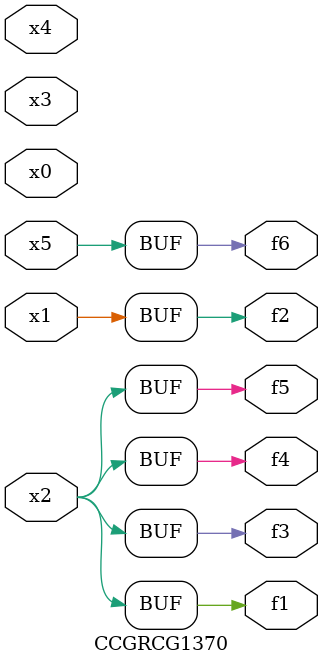
<source format=v>
module CCGRCG1370(
	input x0, x1, x2, x3, x4, x5,
	output f1, f2, f3, f4, f5, f6
);
	assign f1 = x2;
	assign f2 = x1;
	assign f3 = x2;
	assign f4 = x2;
	assign f5 = x2;
	assign f6 = x5;
endmodule

</source>
